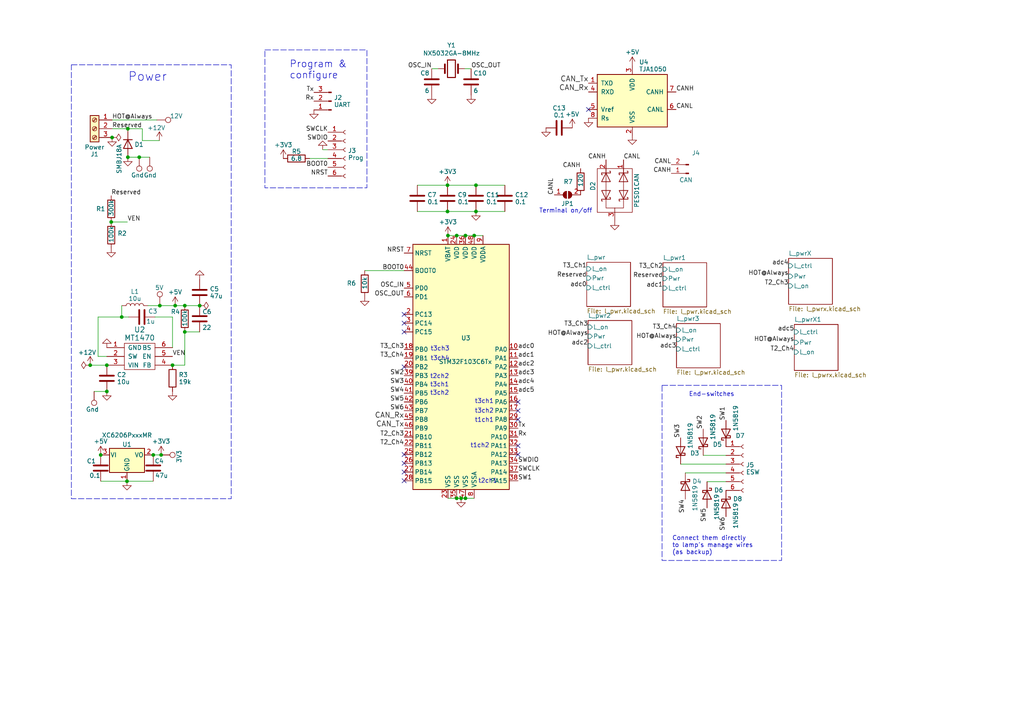
<source format=kicad_sch>
(kicad_sch (version 20230121) (generator eeschema)
  (paper "A4")
  (lib_symbols
    (symbol "Connector:Conn_01x02_Pin" (pin_names (offset 1.016) hide)
      (property "Reference" "J" (at 0 2.54 0))
      (property "Value" "Conn_01x02_Pin" (at 0 -5.08 0))
      (symbol "Conn_01x02_Pin_1_1"
        (polyline (pts (xy 1.27 -2.54) (xy 0.8636 -2.54)) (stroke (width 0.1524)))
        (polyline (pts (xy 1.27 0) (xy 0.8636 0)) (stroke (width 0.1524)))
        (rectangle (start 0.8636 -2.413) (end 0 -2.667) (stroke (width 0.1524)) (fill (type outline)))
        (rectangle (start 0.8636 0.127) (end 0 -0.127) (stroke (width 0.1524)) (fill (type outline)))
        (pin passive line (at 5.08 0 180) (length 3.81) (name "Pin_1") (number "1"))
        (pin passive line (at 5.08 -2.54 180) (length 3.81) (name "Pin_2") (number "2"))
      )
    )
    (symbol "Connector:Conn_01x03_Pin" (pin_names (offset 1.016) hide)
      (property "Reference" "J" (at 0 5.08 0))
      (property "Value" "Conn_01x03_Pin" (at 0 -5.08 0))
      (symbol "Conn_01x03_Pin_1_1"
        (polyline (pts (xy 1.27 -2.54) (xy 0.8636 -2.54)) (stroke (width 0.1524)))
        (polyline (pts (xy 1.27 0) (xy 0.8636 0)) (stroke (width 0.1524)))
        (polyline (pts (xy 1.27 2.54) (xy 0.8636 2.54)) (stroke (width 0.1524)))
        (rectangle (start 0.8636 -2.413) (end 0 -2.667) (stroke (width 0.1524)) (fill (type outline)))
        (rectangle (start 0.8636 0.127) (end 0 -0.127) (stroke (width 0.1524)) (fill (type outline)))
        (rectangle (start 0.8636 2.667) (end 0 2.413) (stroke (width 0.1524)) (fill (type outline)))
        (pin passive line (at 5.08 2.54 180) (length 3.81) (name "Pin_1") (number "1"))
        (pin passive line (at 5.08 0 180) (length 3.81) (name "Pin_2") (number "2"))
        (pin passive line (at 5.08 -2.54 180) (length 3.81) (name "Pin_3") (number "3"))
      )
    )
    (symbol "Connector:Conn_01x06_Socket" (pin_names (offset 1.016) hide)
      (property "Reference" "J" (at 0 7.62 0))
      (property "Value" "Conn_01x06_Socket" (at 0 -10.16 0))
      (symbol "Conn_01x06_Socket_1_1"
        (arc (start 0 -7.112) (mid -0.5058 -7.62) (end 0 -8.128) (stroke (width 0.1524)))
        (arc (start 0 -4.572) (mid -0.5058 -5.08) (end 0 -5.588) (stroke (width 0.1524)))
        (arc (start 0 -2.032) (mid -0.5058 -2.54) (end 0 -3.048) (stroke (width 0.1524)))
        (polyline (pts (xy -1.27 -7.62) (xy -0.508 -7.62)) (stroke (width 0.1524)))
        (polyline (pts (xy -1.27 -5.08) (xy -0.508 -5.08)) (stroke (width 0.1524)))
        (polyline (pts (xy -1.27 -2.54) (xy -0.508 -2.54)) (stroke (width 0.1524)))
        (polyline (pts (xy -1.27 0) (xy -0.508 0)) (stroke (width 0.1524)))
        (polyline (pts (xy -1.27 2.54) (xy -0.508 2.54)) (stroke (width 0.1524)))
        (polyline (pts (xy -1.27 5.08) (xy -0.508 5.08)) (stroke (width 0.1524)))
        (arc (start 0 0.508) (mid -0.5058 0) (end 0 -0.508) (stroke (width 0.1524)))
        (arc (start 0 3.048) (mid -0.5058 2.54) (end 0 2.032) (stroke (width 0.1524)))
        (arc (start 0 5.588) (mid -0.5058 5.08) (end 0 4.572) (stroke (width 0.1524)))
        (pin passive line (at -5.08 5.08 0) (length 3.81) (name "Pin_1") (number "1"))
        (pin passive line (at -5.08 2.54 0) (length 3.81) (name "Pin_2") (number "2"))
        (pin passive line (at -5.08 0 0) (length 3.81) (name "Pin_3") (number "3"))
        (pin passive line (at -5.08 -2.54 0) (length 3.81) (name "Pin_4") (number "4"))
        (pin passive line (at -5.08 -5.08 0) (length 3.81) (name "Pin_5") (number "5"))
        (pin passive line (at -5.08 -7.62 0) (length 3.81) (name "Pin_6") (number "6"))
      )
    )
    (symbol "Connector:Screw_Terminal_01x03" (pin_names (offset 1.016) hide)
      (property "Reference" "J" (at 0 5.08 0))
      (property "Value" "Screw_Terminal_01x03" (at 0 -5.08 0))
      (symbol "Screw_Terminal_01x03_1_1"
        (rectangle (start -1.27 3.81) (end 1.27 -3.81) (stroke (width 0.254)) (fill (type background)))
        (circle (center 0 -2.54) (radius 0.635) (stroke (width 0.1524)))
        (polyline (pts (xy -0.5334 -2.2098) (xy 0.3302 -3.048)) (stroke (width 0.1524)))
        (polyline (pts (xy -0.5334 0.3302) (xy 0.3302 -0.508)) (stroke (width 0.1524)))
        (polyline (pts (xy -0.5334 2.8702) (xy 0.3302 2.032)) (stroke (width 0.1524)))
        (polyline (pts (xy -0.3556 -2.032) (xy 0.508 -2.8702)) (stroke (width 0.1524)))
        (polyline (pts (xy -0.3556 0.508) (xy 0.508 -0.3302)) (stroke (width 0.1524)))
        (polyline (pts (xy -0.3556 3.048) (xy 0.508 2.2098)) (stroke (width 0.1524)))
        (circle (center 0 0) (radius 0.635) (stroke (width 0.1524)))
        (circle (center 0 2.54) (radius 0.635) (stroke (width 0.1524)))
        (pin passive line (at -5.08 2.54 0) (length 3.81) (name "Pin_1") (number "1"))
        (pin passive line (at -5.08 0 0) (length 3.81) (name "Pin_2") (number "2"))
        (pin passive line (at -5.08 -2.54 0) (length 3.81) (name "Pin_3") (number "3"))
      )
    )
    (symbol "Connector:TestPoint" (pin_numbers hide) (pin_names (offset 0.762) hide)
      (property "Reference" "TP" (at 0 6.858 0))
      (property "Value" "TestPoint" (at 0 5.08 0))
      (symbol "TestPoint_0_1"
        (circle (center 0 3.302) (radius 0.762))
      )
      (symbol "TestPoint_1_1"
        (pin passive line (at 0 0 90) (length 2.54) (name "1") (number "1"))
      )
    )
    (symbol "D_1" (pin_numbers hide) (pin_names (offset 1.016) hide)
      (property "Reference" "D" (at 0 2.54 0))
      (property "Value" "D" (at 0 -2.54 0))
      (symbol "D_1_0_1"
        (polyline (pts (xy -1.27 1.27) (xy -1.27 -1.27)) (stroke (width 0.254)))
        (polyline (pts (xy 1.27 0) (xy -1.27 0)))
        (polyline (pts (xy 1.27 1.27) (xy 1.27 -1.27) (xy -1.27 0) (xy 1.27 1.27)) (stroke (width 0.254)))
      )
      (symbol "D_1_1_1"
        (pin passive line (at -3.81 0 0) (length 2.54) (name "K") (number "1"))
        (pin passive line (at 3.81 0 180) (length 2.54) (name "A") (number "2"))
      )
    )
    (symbol "Device:C" (pin_numbers hide) (pin_names (offset 0.254))
      (property "Reference" "C" (at 0.635 2.54 0))
      (property "Value" "C" (at 0.635 -2.54 0))
      (symbol "C_0_1"
        (polyline (pts (xy -2.032 -0.762) (xy 2.032 -0.762)) (stroke (width 0.508)))
        (polyline (pts (xy -2.032 0.762) (xy 2.032 0.762)) (stroke (width 0.508)))
      )
      (symbol "C_1_1"
        (pin passive line (at 0 3.81 270) (length 2.794) (name "~") (number "1"))
        (pin passive line (at 0 -3.81 90) (length 2.794) (name "~") (number "2"))
      )
    )
    (symbol "Device:Crystal" (pin_numbers hide) (pin_names (offset 1.016) hide)
      (property "Reference" "Y" (at 0 3.81 0))
      (property "Value" "Crystal" (at 0 -3.81 0))
      (symbol "Crystal_0_1"
        (rectangle (start -1.143 2.54) (end 1.143 -2.54) (stroke (width 0.3048)))
        (polyline (pts (xy -2.54 0) (xy -1.905 0)))
        (polyline (pts (xy -1.905 -1.27) (xy -1.905 1.27)) (stroke (width 0.508)))
        (polyline (pts (xy 1.905 -1.27) (xy 1.905 1.27)) (stroke (width 0.508)))
        (polyline (pts (xy 2.54 0) (xy 1.905 0)))
      )
      (symbol "Crystal_1_1"
        (pin passive line (at -3.81 0 0) (length 1.27) (name "1") (number "1"))
        (pin passive line (at 3.81 0 180) (length 1.27) (name "2") (number "2"))
      )
    )
    (symbol "Device:D_Schottky" (pin_numbers hide) (pin_names (offset 1.016) hide)
      (property "Reference" "D" (at 0 2.54 0))
      (property "Value" "D_Schottky" (at 0 -2.54 0))
      (symbol "D_Schottky_0_1"
        (polyline (pts (xy 1.27 0) (xy -1.27 0)))
        (polyline (pts (xy 1.27 1.27) (xy 1.27 -1.27) (xy -1.27 0) (xy 1.27 1.27)) (stroke (width 0.254)))
        (polyline (pts (xy -1.905 0.635) (xy -1.905 1.27) (xy -1.27 1.27) (xy -1.27 -1.27) (xy -0.635 -1.27) (xy -0.635 -0.635)) (stroke (width 0.254)))
      )
      (symbol "D_Schottky_1_1"
        (pin passive line (at -3.81 0 0) (length 2.54) (name "K") (number "1"))
        (pin passive line (at 3.81 0 180) (length 2.54) (name "A") (number "2"))
      )
    )
    (symbol "Device:L" (pin_numbers hide) (pin_names (offset 1.016) hide)
      (property "Reference" "L" (at -1.27 0 90))
      (property "Value" "L" (at 1.905 0 90))
      (symbol "L_0_1"
        (arc (start 0 -2.54) (mid 0.6323 -1.905) (end 0 -1.27))
        (arc (start 0 -1.27) (mid 0.6323 -0.635) (end 0 0))
        (arc (start 0 0) (mid 0.6323 0.635) (end 0 1.27))
        (arc (start 0 1.27) (mid 0.6323 1.905) (end 0 2.54))
      )
      (symbol "L_1_1"
        (pin passive line (at 0 3.81 270) (length 1.27) (name "1") (number "1"))
        (pin passive line (at 0 -3.81 90) (length 1.27) (name "2") (number "2"))
      )
    )
    (symbol "Device:R" (pin_numbers hide) (pin_names (offset 0))
      (property "Reference" "R" (at 2.032 0 90))
      (property "Value" "R" (at 0 0 90))
      (symbol "R_0_1"
        (rectangle (start -1.016 -2.54) (end 1.016 2.54) (stroke (width 0.254)))
      )
      (symbol "R_1_1"
        (pin passive line (at 0 3.81 270) (length 1.27) (name "~") (number "1"))
        (pin passive line (at 0 -3.81 90) (length 1.27) (name "~") (number "2"))
      )
    )
    (symbol "GND_3" (power) (pin_names (offset 0))
      (property "Value" "GND_3" (at 0 -3.81 0))
      (symbol "GND_3_0_1"
        (polyline (pts (xy 0 0) (xy 0 -1.27) (xy 1.27 -1.27) (xy 0 -2.54) (xy -1.27 -1.27) (xy 0 -1.27)))
      )
      (symbol "GND_3_1_1"
        (pin power_in line (at 0 0 270) (length 0) hide (name "GND") (number "1"))
      )
    )
    (symbol "Interface_CAN_LIN:MCP2551-I-SN" (pin_names (offset 1.016))
      (property "Reference" "U" (at -10.16 8.89 0))
      (property "Value" "MCP2551-I-SN" (at 2.54 8.89 0))
      (symbol "MCP2551-I-SN_0_1"
        (rectangle (start -10.16 7.62) (end 10.16 -7.62) (stroke (width 0.254)) (fill (type background)))
      )
      (symbol "MCP2551-I-SN_1_1"
        (pin input line (at -12.7 5.08 0) (length 2.54) (name "TXD") (number "1"))
        (pin power_in line (at 0 -10.16 90) (length 2.54) (name "VSS") (number "2"))
        (pin power_in line (at 0 10.16 270) (length 2.54) (name "VDD") (number "3"))
        (pin output line (at -12.7 2.54 0) (length 2.54) (name "RXD") (number "4"))
        (pin power_out line (at -12.7 -2.54 0) (length 2.54) (name "Vref") (number "5"))
        (pin bidirectional line (at 12.7 -2.54 180) (length 2.54) (name "CANL") (number "6"))
        (pin bidirectional line (at 12.7 2.54 180) (length 2.54) (name "CANH") (number "7"))
        (pin input line (at -12.7 -5.08 0) (length 2.54) (name "Rs") (number "8"))
      )
    )
    (symbol "Jumper:SolderJumper_2_Open" (pin_names (offset 0) hide)
      (property "Reference" "JP" (at 0 2.032 0))
      (property "Value" "SolderJumper_2_Open" (at 0 -2.54 0))
      (symbol "SolderJumper_2_Open_0_1"
        (arc (start -0.254 1.016) (mid -1.2656 0) (end -0.254 -1.016))
        (arc (start -0.254 1.016) (mid -1.2656 0) (end -0.254 -1.016) (fill (type outline)))
        (polyline (pts (xy -0.254 1.016) (xy -0.254 -1.016)))
        (polyline (pts (xy 0.254 1.016) (xy 0.254 -1.016)))
        (arc (start 0.254 -1.016) (mid 1.2656 0) (end 0.254 1.016))
        (arc (start 0.254 -1.016) (mid 1.2656 0) (end 0.254 1.016) (fill (type outline)))
      )
      (symbol "SolderJumper_2_Open_1_1"
        (pin passive line (at -3.81 0 0) (length 2.54) (name "A") (number "1"))
        (pin passive line (at 3.81 0 180) (length 2.54) (name "B") (number "2"))
      )
    )
    (symbol "MCU_ST_STM32F1:STM32F103C6Tx"
      (property "Reference" "U" (at -15.24 36.83 0))
      (property "Value" "STM32F103C6Tx" (at 7.62 36.83 0))
      (symbol "STM32F103C6Tx_0_1"
        (rectangle (start -15.24 -35.56) (end 12.7 35.56) (stroke (width 0.254)) (fill (type background)))
      )
      (symbol "STM32F103C6Tx_1_1"
        (pin power_in line (at -5.08 38.1 270) (length 2.54) (name "VBAT") (number "1"))
        (pin bidirectional line (at 15.24 5.08 180) (length 2.54) (name "PA0") (number "10"))
        (pin bidirectional line (at 15.24 2.54 180) (length 2.54) (name "PA1") (number "11"))
        (pin bidirectional line (at 15.24 0 180) (length 2.54) (name "PA2") (number "12"))
        (pin bidirectional line (at 15.24 -2.54 180) (length 2.54) (name "PA3") (number "13"))
        (pin bidirectional line (at 15.24 -5.08 180) (length 2.54) (name "PA4") (number "14"))
        (pin bidirectional line (at 15.24 -7.62 180) (length 2.54) (name "PA5") (number "15"))
        (pin bidirectional line (at 15.24 -10.16 180) (length 2.54) (name "PA6") (number "16"))
        (pin bidirectional line (at 15.24 -12.7 180) (length 2.54) (name "PA7") (number "17"))
        (pin bidirectional line (at -17.78 5.08 0) (length 2.54) (name "PB0") (number "18"))
        (pin bidirectional line (at -17.78 2.54 0) (length 2.54) (name "PB1") (number "19"))
        (pin bidirectional line (at -17.78 15.24 0) (length 2.54) (name "PC13") (number "2"))
        (pin bidirectional line (at -17.78 0 0) (length 2.54) (name "PB2") (number "20"))
        (pin bidirectional line (at -17.78 -20.32 0) (length 2.54) (name "PB10") (number "21"))
        (pin bidirectional line (at -17.78 -22.86 0) (length 2.54) (name "PB11") (number "22"))
        (pin power_in line (at -5.08 -38.1 90) (length 2.54) (name "VSS") (number "23"))
        (pin power_in line (at -2.54 38.1 270) (length 2.54) (name "VDD") (number "24"))
        (pin bidirectional line (at -17.78 -25.4 0) (length 2.54) (name "PB12") (number "25"))
        (pin bidirectional line (at -17.78 -27.94 0) (length 2.54) (name "PB13") (number "26"))
        (pin bidirectional line (at -17.78 -30.48 0) (length 2.54) (name "PB14") (number "27"))
        (pin bidirectional line (at -17.78 -33.02 0) (length 2.54) (name "PB15") (number "28"))
        (pin bidirectional line (at 15.24 -15.24 180) (length 2.54) (name "PA8") (number "29"))
        (pin bidirectional line (at -17.78 12.7 0) (length 2.54) (name "PC14") (number "3"))
        (pin bidirectional line (at 15.24 -17.78 180) (length 2.54) (name "PA9") (number "30"))
        (pin bidirectional line (at 15.24 -20.32 180) (length 2.54) (name "PA10") (number "31"))
        (pin bidirectional line (at 15.24 -22.86 180) (length 2.54) (name "PA11") (number "32"))
        (pin bidirectional line (at 15.24 -25.4 180) (length 2.54) (name "PA12") (number "33"))
        (pin bidirectional line (at 15.24 -27.94 180) (length 2.54) (name "PA13") (number "34"))
        (pin power_in line (at -2.54 -38.1 90) (length 2.54) (name "VSS") (number "35"))
        (pin power_in line (at 0 38.1 270) (length 2.54) (name "VDD") (number "36"))
        (pin bidirectional line (at 15.24 -30.48 180) (length 2.54) (name "PA14") (number "37"))
        (pin bidirectional line (at 15.24 -33.02 180) (length 2.54) (name "PA15") (number "38"))
        (pin bidirectional line (at -17.78 -2.54 0) (length 2.54) (name "PB3") (number "39"))
        (pin bidirectional line (at -17.78 10.16 0) (length 2.54) (name "PC15") (number "4"))
        (pin bidirectional line (at -17.78 -5.08 0) (length 2.54) (name "PB4") (number "40"))
        (pin bidirectional line (at -17.78 -7.62 0) (length 2.54) (name "PB5") (number "41"))
        (pin bidirectional line (at -17.78 -10.16 0) (length 2.54) (name "PB6") (number "42"))
        (pin bidirectional line (at -17.78 -12.7 0) (length 2.54) (name "PB7") (number "43"))
        (pin input line (at -17.78 27.94 0) (length 2.54) (name "BOOT0") (number "44"))
        (pin bidirectional line (at -17.78 -15.24 0) (length 2.54) (name "PB8") (number "45"))
        (pin bidirectional line (at -17.78 -17.78 0) (length 2.54) (name "PB9") (number "46"))
        (pin power_in line (at 0 -38.1 90) (length 2.54) (name "VSS") (number "47"))
        (pin power_in line (at 2.54 38.1 270) (length 2.54) (name "VDD") (number "48"))
        (pin input line (at -17.78 22.86 0) (length 2.54) (name "PD0") (number "5"))
        (pin input line (at -17.78 20.32 0) (length 2.54) (name "PD1") (number "6"))
        (pin input line (at -17.78 33.02 0) (length 2.54) (name "NRST") (number "7"))
        (pin power_in line (at 2.54 -38.1 90) (length 2.54) (name "VSSA") (number "8"))
        (pin power_in line (at 5.08 38.1 270) (length 2.54) (name "VDDA") (number "9"))
      )
    )
    (symbol "Regulator_Linear:XC6206PxxxMR" (pin_names (offset 0.254))
      (property "Reference" "U" (at -3.81 3.175 0))
      (property "Value" "XC6206PxxxMR" (at 0 3.175 0))
      (symbol "XC6206PxxxMR_0_1"
        (rectangle (start -5.08 1.905) (end 5.08 -5.08) (stroke (width 0.254)) (fill (type background)))
      )
      (symbol "XC6206PxxxMR_1_1"
        (pin power_in line (at 0 -7.62 90) (length 2.54) (name "GND") (number "1"))
        (pin power_out line (at 7.62 0 180) (length 2.54) (name "VO") (number "2"))
        (pin power_in line (at -7.62 0 0) (length 2.54) (name "VI") (number "3"))
      )
    )
    (symbol "elements:PESD1CAN" (pin_names (offset 0.762) hide)
      (property "Reference" "D" (at 0 -8.89 0))
      (property "Value" "PESD1CAN" (at 1.27 3.81 0))
      (symbol "PESD1CAN_0_1"
        (rectangle (start -5.08 2.54) (end 7.62 -7.62))
        (polyline (pts (xy -3.556 -5.08) (xy 3.81 -5.08)))
        (polyline (pts (xy -3.556 0) (xy 3.81 0)))
        (polyline (pts (xy -3.81 -3.81) (xy -3.81 -6.35) (xy -3.81 -6.35)) (stroke (width 0.2032)))
        (polyline (pts (xy -3.81 1.27) (xy -3.81 -1.27) (xy -3.81 -1.27)) (stroke (width 0.2032)))
        (polyline (pts (xy 3.81 -3.81) (xy 3.81 -6.35) (xy 3.81 -6.35)) (stroke (width 0.2032)))
        (polyline (pts (xy 3.81 1.27) (xy 3.81 -1.27) (xy 3.81 -1.27)) (stroke (width 0.2032)))
        (polyline (pts (xy -3.81 -3.81) (xy -4.318 -3.81) (xy -4.318 -4.064) (xy -4.318 -4.064)) (stroke (width 0.2032)))
        (polyline (pts (xy -3.81 1.27) (xy -4.318 1.27) (xy -4.318 1.016) (xy -4.318 1.016)) (stroke (width 0.2032)))
        (polyline (pts (xy 3.81 -6.35) (xy 4.318 -6.35) (xy 4.318 -6.096) (xy 4.318 -6.096)) (stroke (width 0.2032)))
        (polyline (pts (xy 3.81 -3.81) (xy 3.302 -3.81) (xy 3.302 -4.064) (xy 3.302 -4.064)) (stroke (width 0.2032)))
        (polyline (pts (xy 3.81 -1.27) (xy 4.318 -1.27) (xy 4.318 -1.016) (xy 4.318 -1.016)) (stroke (width 0.2032)))
        (polyline (pts (xy 3.81 0) (xy 6.35 0) (xy 6.35 -5.08) (xy 3.81 -5.08)))
        (polyline (pts (xy 3.81 1.27) (xy 3.302 1.27) (xy 3.302 1.016) (xy 3.302 1.016)) (stroke (width 0.2032)))
        (polyline (pts (xy -3.302 -6.096) (xy -3.302 -6.35) (xy -3.81 -6.35) (xy -3.81 -6.35) (xy -3.81 -6.35)) (stroke (width 0.2032)))
        (polyline (pts (xy -3.302 -1.016) (xy -3.302 -1.27) (xy -3.81 -1.27) (xy -3.81 -1.27) (xy -3.81 -1.27)) (stroke (width 0.2032)))
        (polyline (pts (xy -1.27 -6.35) (xy -3.81 -5.08) (xy -1.27 -3.81) (xy -1.27 -6.35) (xy -1.27 -6.35) (xy -1.27 -6.35)) (stroke (width 0.2032)))
        (polyline (pts (xy -1.27 -1.27) (xy -3.81 0) (xy -1.27 1.27) (xy -1.27 -1.27) (xy -1.27 -1.27) (xy -1.27 -1.27)) (stroke (width 0.2032)))
        (polyline (pts (xy 1.27 -3.81) (xy 3.81 -5.08) (xy 1.27 -6.35) (xy 1.27 -3.81) (xy 1.27 -3.81) (xy 1.27 -3.81)) (stroke (width 0.2032)))
        (polyline (pts (xy 1.27 1.27) (xy 3.81 0) (xy 1.27 -1.27) (xy 1.27 1.27) (xy 1.27 1.27) (xy 1.27 1.27)) (stroke (width 0.2032)))
        (pin passive line (at -7.62 0 0) (length 3.81) (name "K") (number "1"))
        (pin passive line (at -7.62 -5.08 0) (length 3.81) (name "K") (number "2"))
        (pin passive line (at 10.16 -2.54 180) (length 3.81) (name "O") (number "3"))
      )
    )
    (symbol "mp1584:MT1470" (pin_names (offset 1.016))
      (property "Reference" "U" (at -2.54 5.08 0))
      (property "Value" "MT1470" (at 0 -5.08 0))
      (symbol "MT1470_0_1"
        (rectangle (start -5.08 3.81) (end 3.81 -3.81))
      )
      (symbol "MT1470_1_1"
        (pin input line (at -10.16 2.54 0) (length 5.08) (name "GND") (number "1"))
        (pin input line (at -10.16 0 0) (length 5.08) (name "SW") (number "2"))
        (pin input line (at -10.16 -2.54 0) (length 5.08) (name "VIN") (number "3"))
        (pin input line (at 8.89 -2.54 180) (length 5.08) (name "FB") (number "4"))
        (pin input line (at 8.89 0 180) (length 5.08) (name "EN") (number "5"))
        (pin input line (at 8.89 2.54 180) (length 5.08) (name "BS") (number "6"))
      )
    )
    (symbol "power:+12V" (power) (pin_names (offset 0))
      (property "Value" "+12V" (at 0 3.556 0))
      (symbol "+12V_0_1"
        (polyline (pts (xy -0.762 1.27) (xy 0 2.54)))
        (polyline (pts (xy 0 0) (xy 0 2.54)))
        (polyline (pts (xy 0 2.54) (xy 0.762 1.27)))
      )
      (symbol "+12V_1_1"
        (pin power_in line (at 0 0 90) (length 0) hide (name "+12V") (number "1"))
      )
    )
    (symbol "power:+3V3" (power) (pin_names (offset 0))
      (property "Value" "+3V3" (at 0 3.556 0))
      (symbol "+3V3_0_1"
        (polyline (pts (xy -0.762 1.27) (xy 0 2.54)))
        (polyline (pts (xy 0 0) (xy 0 2.54)))
        (polyline (pts (xy 0 2.54) (xy 0.762 1.27)))
      )
      (symbol "+3V3_1_1"
        (pin power_in line (at 0 0 90) (length 0) hide (name "+3V3") (number "1"))
      )
    )
    (symbol "power:+5V" (power) (pin_names (offset 0))
      (property "Value" "+5V" (at 0 3.556 0))
      (symbol "+5V_0_1"
        (polyline (pts (xy -0.762 1.27) (xy 0 2.54)))
        (polyline (pts (xy 0 0) (xy 0 2.54)))
        (polyline (pts (xy 0 2.54) (xy 0.762 1.27)))
      )
      (symbol "+5V_1_1"
        (pin power_in line (at 0 0 90) (length 0) hide (name "+5V") (number "1"))
      )
    )
    (symbol "power:PWR_FLAG" (power) (pin_numbers hide) (pin_names (offset 0) hide)
      (property "Value" "PWR_FLAG" (at 0 3.81 0))
      (symbol "PWR_FLAG_0_0"
        (pin power_out line (at 0 0 90) (length 0) (name "pwr") (number "1"))
      )
      (symbol "PWR_FLAG_0_1"
        (polyline (pts (xy 0 0) (xy 0 1.27) (xy -1.016 1.905) (xy 0 2.54) (xy 1.016 1.905) (xy 0 1.27)))
      )
    )
  )
  (junction (at 46.736 131.953))
  (junction (at 135.001 68.326))
  (junction (at 53.594 88.646))
  (junction (at 37.084 37.338))
  (junction (at 30.988 105.918))
  (junction (at 32.258 64.389))
  (junction (at 40.386 45.593))
  (junction (at 50.8071 88.646))
  (junction (at 132.461 144.526))
  (junction (at 30.988 113.538))
  (junction (at 46.355 88.646))
  (junction (at 129.794 53.721))
  (junction (at 37.084 45.593))
  (junction (at 135.001 144.526))
  (junction (at 50.038 105.918))
  (junction (at 26.162 105.918))
  (junction (at 36.83 139.573))
  (junction (at 129.794 61.341))
  (junction (at 132.461 68.326))
  (junction (at 44.45 131.953))
  (junction (at 137.541 68.326))
  (junction (at 35.306 91.948))
  (junction (at 138.049 53.721))
  (junction (at 29.21 131.953))
  (junction (at 129.921 68.326))
  (junction (at 53.594 96.266))
  (junction (at 57.912 88.646))
  (junction (at 138.049 61.341))
  (junction (at 32.512 39.878))
  (junction (at 133.731 144.526))
  (no_connect (at 170.688 31.75))
  (no_connect (at 117.221 96.266))
  (no_connect (at 117.221 131.826))
  (no_connect (at 117.221 136.906))
  (no_connect (at 117.221 106.426))
  (no_connect (at 150.241 131.826))
  (no_connect (at 117.221 134.366))
  (no_connect (at 117.221 93.726))
  (no_connect (at 150.241 121.666))
  (no_connect (at 150.241 119.126))
  (no_connect (at 150.241 116.586))
  (no_connect (at 117.221 139.446))
  (no_connect (at 150.241 129.286))
  (no_connect (at 117.221 91.186))
  (wire (pts (xy 210.566 134.62) (xy 197.4119 134.62)))
  (wire (pts (xy 50.038 91.948) (xy 50.038 100.838)))
  (wire (pts (xy 50.038 105.918) (xy 53.594 105.918)))
  (wire (pts (xy 135.001 68.326) (xy 137.541 68.326)))
  (wire (pts (xy 46.736 131.953) (xy 44.45 131.953)))
  (wire (pts (xy 133.731 144.526) (xy 135.001 144.526)))
  (wire (pts (xy 129.921 144.526) (xy 132.461 144.526)))
  (wire (pts (xy 53.594 105.918) (xy 53.594 96.266)))
  (wire (pts (xy 137.541 68.326) (xy 140.081 68.326)))
  (wire (pts (xy 129.921 68.326) (xy 132.461 68.326)))
  (wire (pts (xy 132.461 68.326) (xy 135.001 68.326)))
  (wire (pts (xy 26.162 105.918) (xy 30.988 105.918)))
  (wire (pts (xy 138.049 53.721) (xy 146.431 53.721)))
  (wire (pts (xy 121.031 61.341) (xy 129.794 61.341)))
  (wire (pts (xy 129.794 61.341) (xy 138.049 61.341)))
  (wire (pts (xy 46.228 40.767) (xy 41.275 40.767)))
  (wire (pts (xy 210.566 132.08) (xy 203.9647 132.08)))
  (wire (pts (xy 35.306 88.646) (xy 35.306 91.948)))
  (wire (pts (xy 136.652 19.939) (xy 134.747 19.939)))
  (wire (pts (xy 198.7708 137.16) (xy 210.566 137.16)))
  (wire (pts (xy 105.791 78.486) (xy 117.221 78.486)))
  (wire (pts (xy 44.958 91.948) (xy 50.038 91.948)))
  (wire (pts (xy 210.566 139.7) (xy 205.0764 139.7)))
  (wire (pts (xy 89.789 45.974) (xy 95.123 45.974)))
  (wire (pts (xy 37.338 91.948) (xy 35.306 91.948)))
  (wire (pts (xy 41.275 40.767) (xy 41.275 37.338)))
  (wire (pts (xy 32.512 37.338) (xy 37.084 37.338)))
  (wire (pts (xy 32.512 34.798) (xy 45.466 34.798)))
  (wire (pts (xy 121.031 53.721) (xy 129.794 53.721)))
  (wire (pts (xy 138.049 61.341) (xy 146.431 61.341)))
  (wire (pts (xy 28.448 103.378) (xy 30.988 103.378)))
  (wire (pts (xy 42.926 88.646) (xy 46.355 88.646)))
  (wire (pts (xy 129.794 53.721) (xy 138.049 53.721)))
  (wire (pts (xy 50.8071 88.646) (xy 53.594 88.646)))
  (wire (pts (xy 41.275 37.338) (xy 37.084 37.338)))
  (wire (pts (xy 29.21 139.573) (xy 36.83 139.573)))
  (wire (pts (xy 53.594 96.266) (xy 57.912 96.266)))
  (wire (pts (xy 28.448 91.948) (xy 28.448 103.378)))
  (wire (pts (xy 53.594 88.646) (xy 57.912 88.646)))
  (wire (pts (xy 135.001 144.526) (xy 137.541 144.526)))
  (wire (pts (xy 37.084 45.593) (xy 40.386 45.593)))
  (wire (pts (xy 46.355 88.646) (xy 50.8071 88.646)))
  (wire (pts (xy 37.084 37.338) (xy 37.084 37.973)))
  (wire (pts (xy 93.599 43.434) (xy 95.123 43.434)))
  (wire (pts (xy 36.957 64.389) (xy 32.258 64.389)))
  (wire (pts (xy 36.83 139.573) (xy 44.45 139.573)))
  (wire (pts (xy 40.386 45.593) (xy 43.434 45.593)))
  (wire (pts (xy 132.461 144.526) (xy 133.731 144.526)))
  (wire (pts (xy 35.306 91.948) (xy 28.448 91.948)))
  (wire (pts (xy 125.222 19.939) (xy 127.127 19.939)))
  (wire (pts (xy 27.305 113.538) (xy 30.988 113.538)))
  (rectangle (start 20.701 18.796) (end 67.056 144.653) (stroke (width 0) (type dash)))
  (rectangle (start 76.835 14.478) (end 106.426 54.483) (stroke (width 0) (type dash)))
  (rectangle (start 192.024 111.76) (end 226.695 162.56) (stroke (width 0) (type dash)))
  (text "t3ch4" (at 124.841 104.775 0) (effects (font (size 1.27 1.27)) (justify left bottom)))
  (text "При отсутствии 12V reserved, подключить HOT@on \n(в этом случае габариты и поворотники не будут работать без ключа!)\n\"reserved\" можно брать с платы управления\n(она будет отключать его при падении напряжения аккумулятора ниже 10В)." (at -6.35 -10.922 0) (effects (font (size 5 5)) (justify left bottom)))
  (text "t3ch2" (at 137.668 120.015 0) (effects (font (size 1.27 1.27)) (justify left bottom)))
  (text "Connect them directly\nto lamp's manage wires\n(as backup)" (at 194.945 161.036 0) (effects (font (size 1.27 1.27)) (justify left bottom)))
  (text "t1ch2" (at 136.398 130.048 0) (effects (font (size 1.27 1.27)) (justify left bottom)))
  (text "t2ch2" (at 124.714 109.982 0) (effects (font (size 1.27 1.27)) (justify left bottom)))
  (text "t2ch1" (at 138.684 140.335 0) (effects (font (size 1.27 1.27)) (justify left bottom)))
  (text "Terminal on/off" (at 156.337 61.976 0) (effects (font (size 1.27 1.27)) (justify left bottom)))
  (text "Program &\nconfigure" (at 83.947 23.114 0) (effects (font (size 2 2)) (justify left bottom)))
  (text "t3ch3" (at 124.841 101.981 0) (effects (font (size 1.27 1.27)) (justify left bottom)))
  (text "End-switches" (at 199.771 115.189 0) (effects (font (size 1.27 1.27)) (justify left bottom)))
  (text "t3ch1" (at 124.714 112.395 0) (effects (font (size 1.27 1.27)) (justify left bottom)))
  (text "Power" (at 37.084 23.876 0) (effects (font (size 2.54 2.54)) (justify left bottom)))
  (text "t3ch1" (at 137.668 117.221 0) (effects (font (size 1.27 1.27)) (justify left bottom)))
  (text "t3ch2" (at 124.714 114.808 0) (effects (font (size 1.27 1.27)) (justify left bottom)))
  (text "t1ch1" (at 137.668 122.682 0) (effects (font (size 1.27 1.27)) (justify left bottom)))
  (label "OSC_OUT" (at 117.221 86.106 180))
  (label "Reserved" (at 170.18 80.645 180))
  (label "OSC_IN" (at 125.222 19.939 180))
  (label "T3_Ch1" (at 170.18 77.978 180))
  (label "Reserved" (at 32.512 37.338 0))
  (label "SWCLK" (at 95.123 38.354 180))
  (label "BOOT0" (at 117.221 78.486 180))
  (label "CAN_Rx" (at 170.688 26.67 180) (effects (font (size 1.524 1.524))))
  (label "SWDIO" (at 95.123 40.894 180))
  (label "SW4" (at 198.7708 144.78 270))
  (label "OSC_OUT" (at 136.652 19.939 0))
  (label "adc0" (at 150.241 101.346 0))
  (label "NRST" (at 117.221 73.406 180))
  (label "SW2" (at 203.9647 124.46 90))
  (label "adc3" (at 150.241 108.966 0))
  (label "CAN_Tx" (at 170.688 24.13 180) (effects (font (size 1.524 1.524))))
  (label "SW3" (at 197.4119 127 90))
  (label "adc0" (at 170.18 83.439 180))
  (label "HOT@Always" (at 32.512 34.798 0))
  (label "T3_Ch2" (at 192.278 78.105 180))
  (label "HOT@Always" (at 196.215 98.425 180))
  (label "adc5" (at 230.378 96.266 180))
  (label "CAN_Rx" (at 117.221 121.666 180) (effects (font (size 1.524 1.524))))
  (label "adc4" (at 228.727 77.089 180))
  (label "Tx" (at 91.059 26.797 180))
  (label "VEN" (at 50.038 103.378 0))
  (label "adc4" (at 150.241 111.506 0))
  (label "adc1" (at 192.278 83.566 180))
  (label "NRST" (at 95.123 51.054 180))
  (label "SW4" (at 117.221 114.046 180))
  (label "T2_Ch3" (at 117.221 126.746 180))
  (label "BOOT0" (at 95.123 48.514 180))
  (label "Reserved" (at 32.258 56.769 0))
  (label "SW1" (at 150.241 139.446 0))
  (label "HOT@Always" (at 170.561 97.536 180))
  (label "CANH" (at 194.691 50.292 180))
  (label "T2_Ch4" (at 117.221 129.286 180))
  (label "HOT@Always" (at 228.727 80.137 180))
  (label "SW5" (at 117.221 116.586 180))
  (label "adc1" (at 150.241 103.886 0))
  (label "T2_Ch3" (at 228.727 82.931 180))
  (label "SW1" (at 210.566 121.92 90))
  (label "CAN_Tx" (at 117.221 124.206 180) (effects (font (size 1.524 1.524))))
  (label "CANL" (at 194.691 47.752 180))
  (label "Rx" (at 91.059 29.337 180))
  (label "VEN" (at 36.957 64.389 0))
  (label "SW6" (at 210.566 149.86 270))
  (label "CANL" (at 180.848 46.355 0))
  (label "CANH" (at 168.402 48.895 180))
  (label "T3_Ch3" (at 117.221 101.346 180))
  (label "adc3" (at 196.215 101.219 180))
  (label "Rx" (at 150.241 126.746 0))
  (label "T3_Ch3" (at 170.561 94.869 180))
  (label "SWDIO" (at 150.241 134.366 0))
  (label "adc5" (at 150.241 114.046 0))
  (label "adc2" (at 170.561 100.33 180))
  (label "CANL" (at 160.782 56.515 90))
  (label "OSC_IN" (at 117.221 83.566 180))
  (label "T2_Ch4" (at 230.378 102.108 180))
  (label "SW6" (at 117.221 119.126 180))
  (label "adc2" (at 150.241 106.426 0))
  (label "CANH" (at 175.768 46.355 180))
  (label "T3_Ch4" (at 196.215 95.758 180))
  (label "Reserved" (at 192.278 80.772 180))
  (label "Tx" (at 150.241 124.206 0))
  (label "CANH" (at 196.088 26.67 0))
  (label "SW3" (at 117.221 111.506 180))
  (label "SW2" (at 117.221 108.966 180))
  (label "SW5" (at 205.0764 147.32 270))
  (label "CANL" (at 196.088 31.75 0))
  (label "T3_Ch4" (at 117.221 103.886 180))
  (label "SWCLK" (at 150.241 136.906 0))
  (label "HOT@Always" (at 230.378 99.314 180))
  (symbol (lib_id "power:PWR_FLAG") (at 26.162 105.918 90) (unit 1)
    (property "Reference" "#FLG01" (effects hide))
    (property "Value" "PWR_FLAG" (effects hide))
  )
  (symbol (lib_name "GND_3") (lib_id "power:GND") (at 32.512 39.878 0) (unit 1)
    (property "Reference" "#PWR06" (effects hide))
    (property "Value" "GND" (effects hide))
  )
  (symbol (lib_id "Device:C") (at 57.912 92.456 0) (unit 1)
    (property "Reference" "C6" (at 58.674 90.424 0) (effects (justify left)))
    (property "Value" "22" (at 58.674 94.996 0) (effects (justify left)))
    (property "Footprint" "Capacitor_SMD:C_0805_2012Metric_Pad1.18x1.45mm_HandSolder" (effects hide))
  )
  (symbol (lib_name "GND_3") (lib_id "power:GND") (at 125.222 27.559 0) (unit 1)
    (property "Reference" "#PWR018" (effects hide))
    (property "Value" "GND" (effects hide))
  )
  (symbol (lib_id "Connector:TestPoint") (at 40.386 45.593 180) (unit 1)
    (property "Reference" "TP2" (effects hide))
    (property "Value" "Gnd" (at 41.783 50.8 0) (effects (justify left)))
    (property "Footprint" "TestPoint:TestPoint_Loop_D1.80mm_Drill1.0mm_Beaded" (effects hide))
  )
  (symbol (lib_id "Device:R") (at 168.402 52.705 0) (unit 1)
    (property "Reference" "R7" (at 163.449 52.705 0) (effects (justify left)))
    (property "Value" "120" (at 168.402 54.229 90) (effects (justify left)))
    (property "Footprint" "Resistor_SMD:R_1210_3225Metric_Pad1.30x2.65mm_HandSolder" (effects hide))
  )
  (symbol (lib_id "Device:R") (at 32.258 68.199 180) (unit 1)
    (property "Reference" "R2" (at 35.433 67.691 0))
    (property "Value" "100k" (at 32.258 67.945 90))
    (property "Footprint" "Resistor_SMD:R_0603_1608Metric_Pad0.98x0.95mm_HandSolder" (effects hide))
  )
  (symbol (lib_id "power:+5V") (at 183.388 19.05 0) (unit 1)
    (property "Reference" "#PWR028" (effects hide))
    (property "Value" "+5V" (at 183.388 15.105 0))
  )
  (symbol (lib_id "Jumper:SolderJumper_2_Open") (at 164.592 56.515 0) (unit 1)
    (property "Reference" "JP1" (at 164.592 59.055 0))
    (property "Value" "Term" (effects hide))
    (property "Footprint" "Jumper:SolderJumper-2_P1.3mm_Open_TrianglePad1.0x1.5mm" (effects hide))
  )
  (symbol (lib_id "Connector:Conn_01x03_Pin") (at 96.139 29.337 180) (unit 1)
    (property "Reference" "J2" (at 96.8502 28.313 0) (effects (justify right)))
    (property "Value" "UART" (at 96.8502 30.361 0) (effects (justify right)))
    (property "Footprint" "Connector_PinSocket_2.54mm:PinSocket_1x03_P2.54mm_Vertical" (effects hide))
  )
  (symbol (lib_id "Device:C") (at 41.148 91.948 90) (unit 1)
    (property "Reference" "C3" (at 44.323 90.297 90))
    (property "Value" "1u" (at 43.688 93.218 90))
    (property "Footprint" "Capacitor_SMD:C_1206_3216Metric_Pad1.33x1.80mm_HandSolder" (effects hide))
  )
  (symbol (lib_id "Connector:TestPoint") (at 46.736 131.953 270) (unit 1)
    (property "Reference" "TP6" (effects hide))
    (property "Value" "3V3" (at 51.943 130.556 0) (effects (justify left)))
    (property "Footprint" "TestPoint:TestPoint_Loop_D1.80mm_Drill1.0mm_Beaded" (effects hide))
  )
  (symbol (lib_name "GND_3") (lib_id "power:GND") (at 50.038 113.538 0) (unit 1)
    (property "Reference" "#PWR011" (effects hide))
    (property "Value" "GND" (effects hide))
  )
  (symbol (lib_id "Connector:Conn_01x02_Pin") (at 199.771 50.292 180) (unit 1)
    (property "Reference" "J4" (at 201.8538 44.3738 0))
    (property "Value" "CAN" (at 200.914 52.197 0) (effects (justify left)))
    (property "Footprint" "Connector_JST:JST_PH_B2B-PH-K_1x02_P2.00mm_Vertical" (effects hide))
  )
  (symbol (lib_name "GND_3") (lib_id "power:GND") (at 57.912 81.026 180) (unit 1)
    (property "Reference" "#PWR013" (effects hide))
    (property "Value" "GND" (effects hide))
  )
  (symbol (lib_name "GND_3") (lib_id "power:GND") (at 170.688 34.29 0) (unit 1)
    (property "Reference" "#PWR026" (effects hide))
    (property "Value" "GND" (effects hide))
  )
  (symbol (lib_id "Device:R") (at 32.258 60.579 180) (unit 1)
    (property "Reference" "R1" (at 29.21 60.579 0))
    (property "Value" "300k" (at 32.258 60.325 90))
    (property "Footprint" "Resistor_SMD:R_0603_1608Metric_Pad0.98x0.95mm_HandSolder" (effects hide))
  )
  (symbol (lib_name "GND_3") (lib_id "power:GND") (at 36.83 139.573 0) (unit 1)
    (property "Reference" "#PWR07" (effects hide))
    (property "Value" "GND" (effects hide))
  )
  (symbol (lib_id "Device:Crystal") (at 130.937 19.939 0) (unit 1)
    (property "Reference" "Y1" (at 130.937 13.1318 0))
    (property "Value" "NX5032GA-8MHz" (at 130.937 15.4432 0))
    (property "Footprint" "Crystal:Crystal_SMD_5032-2Pin_5.0x3.2mm" (effects hide))
  )
  (symbol (lib_id "power:+3V3") (at 46.736 131.953 0) (unit 1)
    (property "Reference" "#PWR010" (effects hide))
    (property "Value" "+3V3" (at 46.736 128.008 0))
  )
  (symbol (lib_name "GND_3") (lib_id "power:GND") (at 178.308 64.135 0) (unit 1)
    (property "Reference" "#PWR027" (effects hide))
    (property "Value" "GND" (effects hide))
  )
  (symbol (lib_id "power:+5V") (at 165.989 37.084 0) (unit 1)
    (property "Reference" "#PWR025" (effects hide))
    (property "Value" "+5V" (at 165.989 33.139 0))
  )
  (symbol (lib_id "Device:C") (at 138.049 57.531 0) (unit 1)
    (property "Reference" "C11" (at 140.97 56.507 0) (effects (justify left)))
    (property "Value" "0.1" (at 140.97 58.555 0) (effects (justify left)))
    (property "Footprint" "Capacitor_SMD:C_0603_1608Metric_Pad1.08x0.95mm_HandSolder" (effects hide))
  )
  (symbol (lib_name "GND_3") (lib_id "power:GND") (at 37.084 45.593 0) (unit 1)
    (property "Reference" "#PWR08" (effects hide))
    (property "Value" "GND" (effects hide))
  )
  (symbol (lib_id "power:+3V3") (at 129.794 53.721 0) (unit 1)
    (property "Reference" "#PWR019" (effects hide))
    (property "Value" "+3V3" (at 129.794 49.776 0))
  )
  (symbol (lib_id "Device:R") (at 85.979 45.974 90) (unit 1)
    (property "Reference" "R5" (at 85.979 43.942 90))
    (property "Value" "6.8" (at 85.979 45.974 90))
    (property "Footprint" "Resistor_SMD:R_0603_1608Metric_Pad0.98x0.95mm_HandSolder" (effects hide))
  )
  (symbol (lib_name "GND_3") (lib_id "power:GND") (at 91.059 31.877 0) (unit 1)
    (property "Reference" "#PWR015" (effects hide))
    (property "Value" "GND" (effects hide))
  )
  (symbol (lib_id "power:+3V3") (at 82.169 45.974 0) (unit 1)
    (property "Reference" "#PWR014" (effects hide))
    (property "Value" "+3V3" (at 82.169 42.029 0))
  )
  (symbol (lib_id "Device:D_Schottky") (at 210.566 125.73 90) (unit 1)
    (property "Reference" "D7" (at 216.027 126.365 90) (effects (justify left)))
    (property "Value" "1N5819" (at 213.36 125.095 0) (effects (justify left)))
    (property "Footprint" "Diode_SMD:D_SOD-323_HandSoldering" (effects hide))
  )
  (symbol (lib_name "GND_3") (lib_id "power:GND") (at 105.791 86.106 0) (unit 1)
    (property "Reference" "#PWR017" (effects hide))
    (property "Value" "GND" (effects hide))
  )
  (symbol (lib_id "Regulator_Linear:XC6206PxxxMR") (at 36.83 131.953 0) (unit 1)
    (property "Reference" "U1" (at 36.83 128.905 0))
    (property "Value" "XC6206PxxxMR" (at 36.83 126.238 0))
    (property "Footprint" "Package_TO_SOT_SMD:SOT-23-3" (effects hide))
    (property "Datasheet" "https://www.torexsemi.com/file/xc6206/XC6206.pdf" (effects hide))
  )
  (symbol (lib_name "GND_3") (lib_id "power:GND") (at 138.049 61.341 0) (unit 1)
    (property "Reference" "#PWR023" (effects hide))
    (property "Value" "GND" (effects hide))
  )
  (symbol (lib_id "power:+3V3") (at 129.921 68.326 0) (unit 1)
    (property "Reference" "#PWR020" (effects hide))
    (property "Value" "+3V3" (at 129.921 64.381 0))
  )
  (symbol (lib_id "Interface_CAN_LIN:MCP2551-I-SN") (at 183.388 29.21 0) (unit 1)
    (property "Reference" "U4" (at 185.3439 18.01 0) (effects (justify left)))
    (property "Value" "TJA1050" (at 185.3439 20.058 0) (effects (justify left)))
    (property "Footprint" "Package_SO:SOIC-8_3.9x4.9mm_P1.27mm" (effects hide))
    (property "Datasheet" "http://ww1.microchip.com/downloads/en/devicedoc/21667d.pdf" (effects hide))
  )
  (symbol (lib_id "Connector:Conn_01x06_Socket") (at 100.203 43.434 0) (unit 1)
    (property "Reference" "J3" (at 100.9142 43.68 0) (effects (justify left)))
    (property "Value" "Prog" (at 100.9142 45.728 0) (effects (justify left)))
    (property "Footprint" "Connector_PinSocket_1.27mm:PinSocket_1x06_P1.27mm_Vertical" (effects hide))
  )
  (symbol (lib_id "Connector:TestPoint") (at 45.466 34.798 270) (unit 1)
    (property "Reference" "TP4" (effects hide))
    (property "Value" "12V" (at 49.276 33.655 90) (effects (justify left)))
    (property "Footprint" "TestPoint:TestPoint_Loop_D1.80mm_Drill1.0mm_Beaded" (effects hide))
  )
  (symbol (lib_name "GND_3") (lib_id "power:GND") (at 133.731 144.526 0) (unit 1)
    (property "Reference" "#PWR021" (effects hide))
    (property "Value" "GND" (effects hide))
  )
  (symbol (lib_id "power:+5V") (at 29.21 131.953 0) (unit 1)
    (property "Reference" "#PWR02" (effects hide))
    (property "Value" "+5V" (at 29.21 128.008 0))
  )
  (symbol (lib_id "Device:C") (at 162.179 37.084 90) (unit 1)
    (property "Reference" "C13" (at 162.179 31.345 90))
    (property "Value" "0.1" (at 162.179 33.393 90))
    (property "Footprint" "Capacitor_SMD:C_0603_1608Metric_Pad1.08x0.95mm_HandSolder" (effects hide))
  )
  (symbol (lib_id "Device:R") (at 105.791 82.296 180) (unit 1)
    (property "Reference" "R6" (at 100.584 82.169 0) (effects (justify right)))
    (property "Value" "10k" (at 105.791 83.947 90) (effects (justify right)))
    (property "Footprint" "Resistor_SMD:R_0603_1608Metric_Pad0.98x0.95mm_HandSolder" (effects hide))
  )
  (symbol (lib_id "Device:D_Schottky") (at 197.4119 130.81 90) (unit 1)
    (property "Reference" "D3" (at 202.8729 131.445 90) (effects (justify left)))
    (property "Value" "1N5819" (at 200.2059 130.175 0) (effects (justify left)))
    (property "Footprint" "Diode_SMD:D_SOD-323_HandSoldering" (effects hide))
  )
  (symbol (lib_id "elements:PESD1CAN") (at 180.848 53.975 270) (unit 1)
    (property "Reference" "D2" (at 171.958 53.975 0))
    (property "Value" "PESD1CAN" (at 184.658 55.245 0))
    (property "Footprint" "Package_TO_SOT_SMD:SOT-23" (effects hide))
  )
  (symbol (lib_id "Device:C") (at 129.794 57.531 0) (unit 1)
    (property "Reference" "C9" (at 132.715 56.507 0) (effects (justify left)))
    (property "Value" "0.1" (at 132.715 58.555 0) (effects (justify left)))
    (property "Footprint" "Capacitor_SMD:C_0603_1608Metric_Pad1.08x0.95mm_HandSolder" (effects hide))
  )
  (symbol (lib_id "Connector:TestPoint") (at 46.355 88.646 0) (unit 1)
    (property "Reference" "TP5" (effects hide))
    (property "Value" "5V" (at 44.958 83.439 0) (effects (justify left)))
    (property "Footprint" "TestPoint:TestPoint_Loop_D1.80mm_Drill1.0mm_Beaded" (effects hide))
  )
  (symbol (lib_id "Device:C") (at 44.45 135.763 0) (unit 1)
    (property "Reference" "C4" (at 44.831 133.731 0) (effects (justify left)))
    (property "Value" "47u" (at 44.958 137.922 0) (effects (justify left)))
    (property "Footprint" "Capacitor_SMD:C_1206_3216Metric" (effects hide))
  )
  (symbol (lib_name "GND_3") (lib_id "power:GND") (at 158.369 37.084 0) (unit 1)
    (property "Reference" "#PWR024" (effects hide))
    (property "Value" "GND" (effects hide))
  )
  (symbol (lib_id "Device:D_Schottky") (at 210.566 146.05 270) (unit 1)
    (property "Reference" "D8" (at 212.598 144.7085 90) (effects (justify left)))
    (property "Value" "1N5819" (at 213.36 145.796 0) (effects (justify left)))
    (property "Footprint" "Diode_SMD:D_SOD-323_HandSoldering" (effects hide))
  )
  (symbol (lib_id "power:PWR_FLAG") (at 57.912 88.646 270) (unit 1)
    (property "Reference" "#FLG03" (effects hide))
    (property "Value" "PWR_FLAG" (effects hide))
  )
  (symbol (lib_id "Device:C") (at 57.912 84.836 180) (unit 1)
    (property "Reference" "C5" (at 60.833 83.812 0) (effects (justify right)))
    (property "Value" "47u" (at 60.833 85.86 0) (effects (justify right)))
    (property "Footprint" "Capacitor_SMD:C_1206_3216Metric_Pad1.33x1.80mm_HandSolder" (effects hide))
  )
  (symbol (lib_id "Device:C") (at 146.431 57.531 0) (unit 1)
    (property "Reference" "C12" (at 149.352 56.507 0) (effects (justify left)))
    (property "Value" "0.1" (at 149.352 58.555 0) (effects (justify left)))
    (property "Footprint" "Capacitor_SMD:C_0603_1608Metric_Pad1.08x0.95mm_HandSolder" (effects hide))
  )
  (symbol (lib_id "Connector:Conn_01x06_Socket") (at 215.646 134.62 0) (unit 1)
    (property "Reference" "J5" (at 216.3572 134.866 0) (effects (justify left)))
    (property "Value" "ESW" (at 216.3572 136.914 0) (effects (justify left)))
    (property "Footprint" "Connector_PinSocket_2.54mm:PinSocket_1x06_P2.54mm_Vertical" (effects hide))
  )
  (symbol (lib_id "Connector:Screw_Terminal_01x03") (at 27.432 37.338 0) (mirror y) (unit 1)
    (property "Reference" "J1" (at 27.432 44.728 0))
    (property "Value" "Power" (at 27.432 42.68 0))
    (property "Footprint" "TerminalBlock_Phoenix:TerminalBlock_Phoenix_MKDS-1,5-3-5.08_1x03_P5.08mm_Horizontal" (effects hide))
  )
  (symbol (lib_id "Device:L") (at 39.116 88.646 90) (unit 1)
    (property "Reference" "L1" (at 39.116 84.5607 90))
    (property "Value" "10u" (at 39.116 86.6087 90))
    (property "Footprint" "kicad:cd43" (effects hide))
  )
  (symbol (lib_name "GND_3") (lib_id "power:GND") (at 30.988 113.538 0) (unit 1)
    (property "Reference" "#PWR04" (effects hide))
    (property "Value" "GND" (effects hide))
  )
  (symbol (lib_id "Device:D_Schottky") (at 203.9647 128.27 90) (unit 1)
    (property "Reference" "D5" (at 209.4257 128.905 90) (effects (justify left)))
    (property "Value" "1N5819" (at 206.7587 127.635 0) (effects (justify left)))
    (property "Footprint" "Diode_SMD:D_SOD-323_HandSoldering" (effects hide))
  )
  (symbol (lib_name "D_1") (lib_id "Device:D") (at 37.084 41.783 270) (unit 1)
    (property "Reference" "D1" (at 38.989 41.91 90) (effects (justify left)))
    (property "Value" "SMBJ18A" (at 34.544 41.783 0) (effects (justify left)))
    (property "Footprint" "Diode_SMD:D_SMB_Handsoldering" (effects hide))
    (property "Sim.Device" "D" (effects hide))
    (property "Sim.Pins" "1=K 2=A" (effects hide))
  )
  (symbol (lib_id "Device:C") (at 136.652 23.749 0) (unit 1)
    (property "Reference" "C10" (at 137.287 21.209 0) (effects (justify left)))
    (property "Value" "6" (at 137.287 26.289 0) (effects (justify left)))
    (property "Footprint" "Capacitor_SMD:C_0603_1608Metric_Pad1.08x0.95mm_HandSolder" (effects hide))
  )
  (symbol (lib_id "Device:C") (at 29.21 135.763 0) (unit 1)
    (property "Reference" "C1" (at 25.146 133.731 0) (effects (justify left)))
    (property "Value" "0.1" (at 25.908 137.922 0) (effects (justify left)))
    (property "Footprint" "Capacitor_SMD:C_0603_1608Metric_Pad1.08x0.95mm_HandSolder" (effects hide))
  )
  (symbol (lib_id "Connector:TestPoint") (at 27.305 113.538 180) (unit 1)
    (property "Reference" "TP1" (effects hide))
    (property "Value" "Gnd" (at 28.702 118.745 0) (effects (justify left)))
    (property "Footprint" "TestPoint:TestPoint_Loop_D1.80mm_Drill1.0mm_Beaded" (effects hide))
  )
  (symbol (lib_id "Device:D_Schottky") (at 198.7708 140.97 270) (unit 1)
    (property "Reference" "D4" (at 200.8028 139.6285 90) (effects (justify left)))
    (property "Value" "1N5819" (at 201.5648 140.716 0) (effects (justify left)))
    (property "Footprint" "Diode_SMD:D_SOD-323_HandSoldering" (effects hide))
  )
  (symbol (lib_id "power:+12V") (at 26.162 105.918 0) (unit 1)
    (property "Reference" "#PWR01" (effects hide))
    (property "Value" "+12V" (at 25.273 102.235 0))
  )
  (symbol (lib_name "GND_3") (lib_id "power:GND") (at 183.388 39.37 0) (unit 1)
    (property "Reference" "#PWR029" (effects hide))
    (property "Value" "GND" (effects hide))
  )
  (symbol (lib_id "Device:C") (at 125.222 23.749 0) (mirror y) (unit 1)
    (property "Reference" "C8" (at 124.587 21.209 0) (effects (justify left)))
    (property "Value" "6" (at 124.587 26.289 0) (effects (justify left)))
    (property "Footprint" "Capacitor_SMD:C_0603_1608Metric_Pad1.08x0.95mm_HandSolder" (effects hide))
  )
  (symbol (lib_id "mp1584:MT1470") (at 41.148 103.378 0) (unit 1)
    (property "Reference" "U2" (at 40.513 95.6152 0) (effects (font (size 1.524 1.524))))
    (property "Value" "MT1470" (at 40.513 97.9964 0) (effects (font (size 1.524 1.524))))
    (property "Footprint" "Package_TO_SOT_SMD:SOT-23-6_Handsoldering" (effects hide))
  )
  (symbol (lib_id "Device:C") (at 30.988 109.728 180) (unit 1)
    (property "Reference" "C2" (at 33.909 108.704 0) (effects (justify right)))
    (property "Value" "10u" (at 33.909 110.752 0) (effects (justify right)))
    (property "Footprint" "Capacitor_SMD:C_1206_3216Metric_Pad1.33x1.80mm_HandSolder" (effects hide))
  )
  (symbol (lib_id "power:PWR_FLAG") (at 32.512 39.878 270) (unit 1)
    (property "Reference" "#FLG02" (effects hide))
    (property "Value" "PWR_FLAG" (effects hide))
  )
  (symbol (lib_id "Device:R") (at 50.038 109.728 0) (unit 1)
    (property "Reference" "R3" (at 51.816 108.704 0) (effects (justify left)))
    (property "Value" "19k" (at 51.816 110.752 0) (effects (justify left)))
    (property "Footprint" "Resistor_SMD:R_0603_1608Metric_Pad0.98x0.95mm_HandSolder" (effects hide))
  )
  (symbol (lib_id "Device:C") (at 121.031 57.531 0) (unit 1)
    (property "Reference" "C7" (at 123.952 56.507 0) (effects (justify left)))
    (property "Value" "0.1" (at 123.952 58.555 0) (effects (justify left)))
    (property "Footprint" "Capacitor_SMD:C_0603_1608Metric_Pad1.08x0.95mm_HandSolder" (effects hide))
  )
  (symbol (lib_id "Device:D_Schottky") (at 205.0764 143.51 270) (unit 1)
    (property "Reference" "D6" (at 207.1084 142.1685 90) (effects (justify left)))
    (property "Value" "1N5819" (at 207.8704 143.256 0) (effects (justify left)))
    (property "Footprint" "Diode_SMD:D_SOD-323_HandSoldering" (effects hide))
  )
  (symbol (lib_id "power:+5V") (at 50.8071 88.646 0) (unit 1)
    (property "Reference" "#PWR012" (effects hide))
    (property "Value" "+5V" (at 50.8071 84.701 0))
  )
  (symbol (lib_id "MCU_ST_STM32F1:STM32F103C6Tx") (at 135.001 106.426 0) (unit 1)
    (property "Reference" "U3" (at 133.731 98.044 0) (effects (justify left)))
    (property "Value" "STM32F103C6Tx" (at 127.254 104.902 0) (effects (justify left)))
    (property "Footprint" "Package_QFP:LQFP-48_7x7mm_P0.5mm" (effects hide))
    (property "Datasheet" "http://www.st.com/st-web-ui/static/active/en/resource/technical/document/datasheet/CD00210843.pdf" (effects hide))
  )
  (symbol (lib_id "Connector:TestPoint") (at 43.434 45.593 180) (unit 1)
    (property "Reference" "TP3" (effects hide))
    (property "Value" "Gnd" (at 45.466 50.8 0) (effects (justify left)))
    (property "Footprint" "TestPoint:TestPoint_Loop_D1.80mm_Drill1.0mm_Beaded" (effects hide))
  )
  (symbol (lib_name "GND_3") (lib_id "power:GND") (at 93.599 43.434 180) (unit 1)
    (property "Reference" "#PWR016" (effects hide))
    (property "Value" "GND" (effects hide))
  )
  (symbol (lib_id "power:+12V") (at 46.228 40.767 0) (unit 1)
    (property "Reference" "#PWR09" (effects hide))
    (property "Value" "+12V" (at 45.339 37.084 0))
  )
  (symbol (lib_name "GND_3") (lib_id "power:GND") (at 32.258 72.009 0) (unit 1)
    (property "Reference" "#PWR05" (effects hide))
    (property "Value" "GND" (effects hide))
  )
  (symbol (lib_id "Device:R") (at 53.594 92.456 0) (unit 1)
    (property "Reference" "R4" (at 49.53 90.424 0) (effects (justify left)))
    (property "Value" "100k" (at 53.594 94.742 90) (effects (justify left)))
    (property "Footprint" "Resistor_SMD:R_0603_1608Metric_Pad0.98x0.95mm_HandSolder" (effects hide))
  )
  (symbol (lib_name "GND_3") (lib_id "power:GND") (at 30.988 100.838 180) (unit 1)
    (property "Reference" "#PWR03" (effects hide))
    (property "Value" "GND" (effects hide))
  )
  (symbol (lib_name "GND_3") (lib_id "power:GND") (at 136.652 27.559 0) (unit 1)
    (property "Reference" "#PWR022" (effects hide))
    (property "Value" "GND" (effects hide))
  )
  (sheet (at 228.727 74.93) (size 12.7 13.335) (stroke (width 0.1524))
    (property "Sheetname" "L_pwrX" (at 228.727 74.2184 0) (effects (justify left bottom)))
    (property "Sheetfile" "l_pwrx.kicad_sch" (at 228.727 88.8496 0) (effects (justify left top)))
    (pin "L_ctrl" input (at 228.727 77.089 180))
    (pin "Pwr" input (at 228.727 80.137 180))
    (pin "L_on" input (at 228.727 82.931 180))
  )
  (sheet (at 170.561 92.964) (size 12.7 12.827) (stroke (width 0.1524))
    (property "Sheetname" "L_pwr2" (at 170.561 92.2524 0) (effects (justify left bottom)))
    (property "Sheetfile" "l_pwr.kicad_sch" (at 170.561 106.3756 0) (effects (justify left top)))
    (pin "L_on" input (at 170.561 94.869 180))
    (pin "Pwr" input (at 170.561 97.536 180))
    (pin "L_ctrl" input (at 170.561 100.33 180))
  )
  (sheet (at 230.378 94.107) (size 12.7 13.335) (stroke (width 0.1524))
    (property "Sheetname" "L_pwrX1" (at 230.378 93.3954 0) (effects (justify left bottom)))
    (property "Sheetfile" "l_pwrx.kicad_sch" (at 230.378 108.0266 0) (effects (justify left top)))
    (pin "L_ctrl" input (at 230.378 96.266 180))
    (pin "Pwr" input (at 230.378 99.314 180))
    (pin "L_on" input (at 230.378 102.108 180))
  )
  (sheet (at 196.215 93.853) (size 12.7 12.827) (stroke (width 0.1524))
    (property "Sheetname" "L_pwr3" (at 196.215 93.1414 0) (effects (justify left bottom)))
    (property "Sheetfile" "l_pwr.kicad_sch" (at 196.215 107.2646 0) (effects (justify left top)))
    (pin "L_on" input (at 196.215 95.758 180))
    (pin "Pwr" input (at 196.215 98.425 180))
    (pin "L_ctrl" input (at 196.215 101.219 180))
  )
  (sheet (at 170.18 76.073) (size 12.7 12.827) (stroke (width 0.1524))
    (property "Sheetname" "L_pwr" (at 170.18 75.3614 0) (effects (justify left bottom)))
    (property "Sheetfile" "l_pwr.kicad_sch" (at 170.18 89.4846 0) (effects (justify left top)))
    (pin "L_on" input (at 170.18 77.978 180))
    (pin "Pwr" input (at 170.18 80.645 180))
    (pin "L_ctrl" input (at 170.18 83.439 180))
  )
  (sheet (at 192.278 76.2) (size 12.7 12.827) (stroke (width 0.1524))
    (property "Sheetname" "L_pwr1" (at 192.278 75.4884 0) (effects (justify left bottom)))
    (property "Sheetfile" "l_pwr.kicad_sch" (at 192.278 89.6116 0) (effects (justify left top)))
    (pin "L_on" input (at 192.278 78.105 180))
    (pin "Pwr" input (at 192.278 80.772 180))
    (pin "L_ctrl" input (at 192.278 83.566 180))
  )
)
</source>
